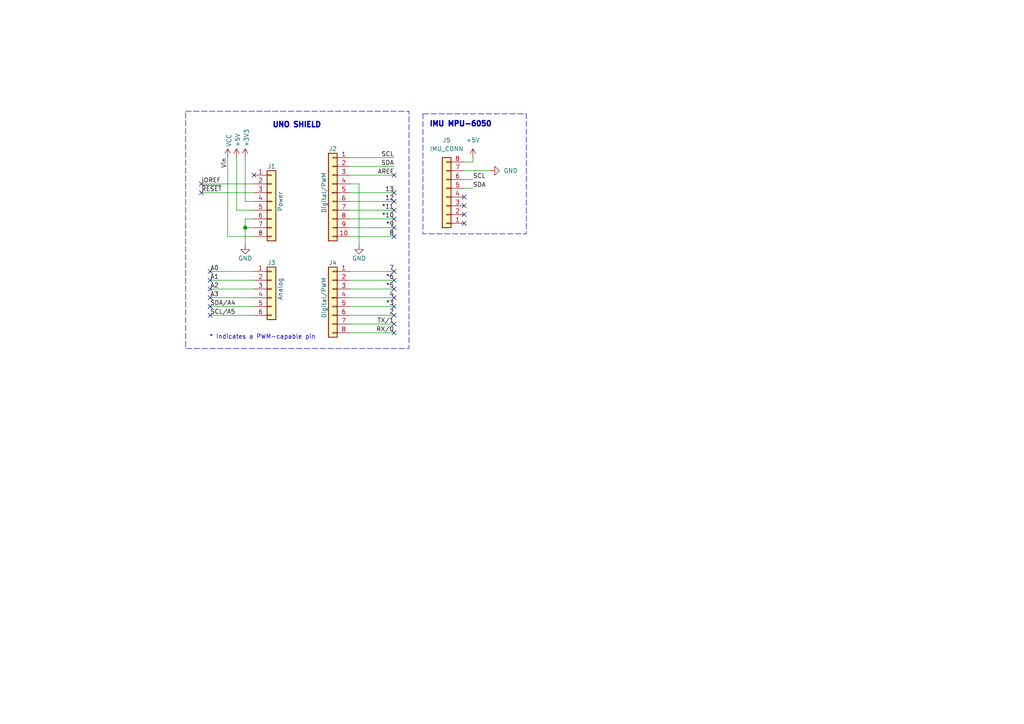
<source format=kicad_sch>
(kicad_sch
	(version 20250114)
	(generator "eeschema")
	(generator_version "9.0")
	(uuid "e63e39d7-6ac0-4ffd-8aa3-1841a4541b55")
	(paper "A4")
	(title_block
		(title "Uno Shield DSP")
		(date "2026-01-26")
		(rev "Version 1.0")
		(company "Goncalo Martins")
	)
	(lib_symbols
		(symbol "Connector_Generic:Conn_01x06"
			(pin_names
				(offset 1.016)
				(hide yes)
			)
			(exclude_from_sim no)
			(in_bom yes)
			(on_board yes)
			(property "Reference" "J"
				(at 0 7.62 0)
				(effects
					(font
						(size 1.27 1.27)
					)
				)
			)
			(property "Value" "Conn_01x06"
				(at 0 -10.16 0)
				(effects
					(font
						(size 1.27 1.27)
					)
				)
			)
			(property "Footprint" ""
				(at 0 0 0)
				(effects
					(font
						(size 1.27 1.27)
					)
					(hide yes)
				)
			)
			(property "Datasheet" "~"
				(at 0 0 0)
				(effects
					(font
						(size 1.27 1.27)
					)
					(hide yes)
				)
			)
			(property "Description" "Generic connector, single row, 01x06, script generated (kicad-library-utils/schlib/autogen/connector/)"
				(at 0 0 0)
				(effects
					(font
						(size 1.27 1.27)
					)
					(hide yes)
				)
			)
			(property "ki_keywords" "connector"
				(at 0 0 0)
				(effects
					(font
						(size 1.27 1.27)
					)
					(hide yes)
				)
			)
			(property "ki_fp_filters" "Connector*:*_1x??_*"
				(at 0 0 0)
				(effects
					(font
						(size 1.27 1.27)
					)
					(hide yes)
				)
			)
			(symbol "Conn_01x06_1_1"
				(rectangle
					(start -1.27 6.35)
					(end 1.27 -8.89)
					(stroke
						(width 0.254)
						(type default)
					)
					(fill
						(type background)
					)
				)
				(rectangle
					(start -1.27 5.207)
					(end 0 4.953)
					(stroke
						(width 0.1524)
						(type default)
					)
					(fill
						(type none)
					)
				)
				(rectangle
					(start -1.27 2.667)
					(end 0 2.413)
					(stroke
						(width 0.1524)
						(type default)
					)
					(fill
						(type none)
					)
				)
				(rectangle
					(start -1.27 0.127)
					(end 0 -0.127)
					(stroke
						(width 0.1524)
						(type default)
					)
					(fill
						(type none)
					)
				)
				(rectangle
					(start -1.27 -2.413)
					(end 0 -2.667)
					(stroke
						(width 0.1524)
						(type default)
					)
					(fill
						(type none)
					)
				)
				(rectangle
					(start -1.27 -4.953)
					(end 0 -5.207)
					(stroke
						(width 0.1524)
						(type default)
					)
					(fill
						(type none)
					)
				)
				(rectangle
					(start -1.27 -7.493)
					(end 0 -7.747)
					(stroke
						(width 0.1524)
						(type default)
					)
					(fill
						(type none)
					)
				)
				(pin passive line
					(at -5.08 5.08 0)
					(length 3.81)
					(name "Pin_1"
						(effects
							(font
								(size 1.27 1.27)
							)
						)
					)
					(number "1"
						(effects
							(font
								(size 1.27 1.27)
							)
						)
					)
				)
				(pin passive line
					(at -5.08 2.54 0)
					(length 3.81)
					(name "Pin_2"
						(effects
							(font
								(size 1.27 1.27)
							)
						)
					)
					(number "2"
						(effects
							(font
								(size 1.27 1.27)
							)
						)
					)
				)
				(pin passive line
					(at -5.08 0 0)
					(length 3.81)
					(name "Pin_3"
						(effects
							(font
								(size 1.27 1.27)
							)
						)
					)
					(number "3"
						(effects
							(font
								(size 1.27 1.27)
							)
						)
					)
				)
				(pin passive line
					(at -5.08 -2.54 0)
					(length 3.81)
					(name "Pin_4"
						(effects
							(font
								(size 1.27 1.27)
							)
						)
					)
					(number "4"
						(effects
							(font
								(size 1.27 1.27)
							)
						)
					)
				)
				(pin passive line
					(at -5.08 -5.08 0)
					(length 3.81)
					(name "Pin_5"
						(effects
							(font
								(size 1.27 1.27)
							)
						)
					)
					(number "5"
						(effects
							(font
								(size 1.27 1.27)
							)
						)
					)
				)
				(pin passive line
					(at -5.08 -7.62 0)
					(length 3.81)
					(name "Pin_6"
						(effects
							(font
								(size 1.27 1.27)
							)
						)
					)
					(number "6"
						(effects
							(font
								(size 1.27 1.27)
							)
						)
					)
				)
			)
			(embedded_fonts no)
		)
		(symbol "Connector_Generic:Conn_01x08"
			(pin_names
				(offset 1.016)
				(hide yes)
			)
			(exclude_from_sim no)
			(in_bom yes)
			(on_board yes)
			(property "Reference" "J"
				(at 0 10.16 0)
				(effects
					(font
						(size 1.27 1.27)
					)
				)
			)
			(property "Value" "Conn_01x08"
				(at 0 -12.7 0)
				(effects
					(font
						(size 1.27 1.27)
					)
				)
			)
			(property "Footprint" ""
				(at 0 0 0)
				(effects
					(font
						(size 1.27 1.27)
					)
					(hide yes)
				)
			)
			(property "Datasheet" "~"
				(at 0 0 0)
				(effects
					(font
						(size 1.27 1.27)
					)
					(hide yes)
				)
			)
			(property "Description" "Generic connector, single row, 01x08, script generated (kicad-library-utils/schlib/autogen/connector/)"
				(at 0 0 0)
				(effects
					(font
						(size 1.27 1.27)
					)
					(hide yes)
				)
			)
			(property "ki_keywords" "connector"
				(at 0 0 0)
				(effects
					(font
						(size 1.27 1.27)
					)
					(hide yes)
				)
			)
			(property "ki_fp_filters" "Connector*:*_1x??_*"
				(at 0 0 0)
				(effects
					(font
						(size 1.27 1.27)
					)
					(hide yes)
				)
			)
			(symbol "Conn_01x08_1_1"
				(rectangle
					(start -1.27 8.89)
					(end 1.27 -11.43)
					(stroke
						(width 0.254)
						(type default)
					)
					(fill
						(type background)
					)
				)
				(rectangle
					(start -1.27 7.747)
					(end 0 7.493)
					(stroke
						(width 0.1524)
						(type default)
					)
					(fill
						(type none)
					)
				)
				(rectangle
					(start -1.27 5.207)
					(end 0 4.953)
					(stroke
						(width 0.1524)
						(type default)
					)
					(fill
						(type none)
					)
				)
				(rectangle
					(start -1.27 2.667)
					(end 0 2.413)
					(stroke
						(width 0.1524)
						(type default)
					)
					(fill
						(type none)
					)
				)
				(rectangle
					(start -1.27 0.127)
					(end 0 -0.127)
					(stroke
						(width 0.1524)
						(type default)
					)
					(fill
						(type none)
					)
				)
				(rectangle
					(start -1.27 -2.413)
					(end 0 -2.667)
					(stroke
						(width 0.1524)
						(type default)
					)
					(fill
						(type none)
					)
				)
				(rectangle
					(start -1.27 -4.953)
					(end 0 -5.207)
					(stroke
						(width 0.1524)
						(type default)
					)
					(fill
						(type none)
					)
				)
				(rectangle
					(start -1.27 -7.493)
					(end 0 -7.747)
					(stroke
						(width 0.1524)
						(type default)
					)
					(fill
						(type none)
					)
				)
				(rectangle
					(start -1.27 -10.033)
					(end 0 -10.287)
					(stroke
						(width 0.1524)
						(type default)
					)
					(fill
						(type none)
					)
				)
				(pin passive line
					(at -5.08 7.62 0)
					(length 3.81)
					(name "Pin_1"
						(effects
							(font
								(size 1.27 1.27)
							)
						)
					)
					(number "1"
						(effects
							(font
								(size 1.27 1.27)
							)
						)
					)
				)
				(pin passive line
					(at -5.08 5.08 0)
					(length 3.81)
					(name "Pin_2"
						(effects
							(font
								(size 1.27 1.27)
							)
						)
					)
					(number "2"
						(effects
							(font
								(size 1.27 1.27)
							)
						)
					)
				)
				(pin passive line
					(at -5.08 2.54 0)
					(length 3.81)
					(name "Pin_3"
						(effects
							(font
								(size 1.27 1.27)
							)
						)
					)
					(number "3"
						(effects
							(font
								(size 1.27 1.27)
							)
						)
					)
				)
				(pin passive line
					(at -5.08 0 0)
					(length 3.81)
					(name "Pin_4"
						(effects
							(font
								(size 1.27 1.27)
							)
						)
					)
					(number "4"
						(effects
							(font
								(size 1.27 1.27)
							)
						)
					)
				)
				(pin passive line
					(at -5.08 -2.54 0)
					(length 3.81)
					(name "Pin_5"
						(effects
							(font
								(size 1.27 1.27)
							)
						)
					)
					(number "5"
						(effects
							(font
								(size 1.27 1.27)
							)
						)
					)
				)
				(pin passive line
					(at -5.08 -5.08 0)
					(length 3.81)
					(name "Pin_6"
						(effects
							(font
								(size 1.27 1.27)
							)
						)
					)
					(number "6"
						(effects
							(font
								(size 1.27 1.27)
							)
						)
					)
				)
				(pin passive line
					(at -5.08 -7.62 0)
					(length 3.81)
					(name "Pin_7"
						(effects
							(font
								(size 1.27 1.27)
							)
						)
					)
					(number "7"
						(effects
							(font
								(size 1.27 1.27)
							)
						)
					)
				)
				(pin passive line
					(at -5.08 -10.16 0)
					(length 3.81)
					(name "Pin_8"
						(effects
							(font
								(size 1.27 1.27)
							)
						)
					)
					(number "8"
						(effects
							(font
								(size 1.27 1.27)
							)
						)
					)
				)
			)
			(embedded_fonts no)
		)
		(symbol "Connector_Generic:Conn_01x10"
			(pin_names
				(offset 1.016)
				(hide yes)
			)
			(exclude_from_sim no)
			(in_bom yes)
			(on_board yes)
			(property "Reference" "J"
				(at 0 12.7 0)
				(effects
					(font
						(size 1.27 1.27)
					)
				)
			)
			(property "Value" "Conn_01x10"
				(at 0 -15.24 0)
				(effects
					(font
						(size 1.27 1.27)
					)
				)
			)
			(property "Footprint" ""
				(at 0 0 0)
				(effects
					(font
						(size 1.27 1.27)
					)
					(hide yes)
				)
			)
			(property "Datasheet" "~"
				(at 0 0 0)
				(effects
					(font
						(size 1.27 1.27)
					)
					(hide yes)
				)
			)
			(property "Description" "Generic connector, single row, 01x10, script generated (kicad-library-utils/schlib/autogen/connector/)"
				(at 0 0 0)
				(effects
					(font
						(size 1.27 1.27)
					)
					(hide yes)
				)
			)
			(property "ki_keywords" "connector"
				(at 0 0 0)
				(effects
					(font
						(size 1.27 1.27)
					)
					(hide yes)
				)
			)
			(property "ki_fp_filters" "Connector*:*_1x??_*"
				(at 0 0 0)
				(effects
					(font
						(size 1.27 1.27)
					)
					(hide yes)
				)
			)
			(symbol "Conn_01x10_1_1"
				(rectangle
					(start -1.27 11.43)
					(end 1.27 -13.97)
					(stroke
						(width 0.254)
						(type default)
					)
					(fill
						(type background)
					)
				)
				(rectangle
					(start -1.27 10.287)
					(end 0 10.033)
					(stroke
						(width 0.1524)
						(type default)
					)
					(fill
						(type none)
					)
				)
				(rectangle
					(start -1.27 7.747)
					(end 0 7.493)
					(stroke
						(width 0.1524)
						(type default)
					)
					(fill
						(type none)
					)
				)
				(rectangle
					(start -1.27 5.207)
					(end 0 4.953)
					(stroke
						(width 0.1524)
						(type default)
					)
					(fill
						(type none)
					)
				)
				(rectangle
					(start -1.27 2.667)
					(end 0 2.413)
					(stroke
						(width 0.1524)
						(type default)
					)
					(fill
						(type none)
					)
				)
				(rectangle
					(start -1.27 0.127)
					(end 0 -0.127)
					(stroke
						(width 0.1524)
						(type default)
					)
					(fill
						(type none)
					)
				)
				(rectangle
					(start -1.27 -2.413)
					(end 0 -2.667)
					(stroke
						(width 0.1524)
						(type default)
					)
					(fill
						(type none)
					)
				)
				(rectangle
					(start -1.27 -4.953)
					(end 0 -5.207)
					(stroke
						(width 0.1524)
						(type default)
					)
					(fill
						(type none)
					)
				)
				(rectangle
					(start -1.27 -7.493)
					(end 0 -7.747)
					(stroke
						(width 0.1524)
						(type default)
					)
					(fill
						(type none)
					)
				)
				(rectangle
					(start -1.27 -10.033)
					(end 0 -10.287)
					(stroke
						(width 0.1524)
						(type default)
					)
					(fill
						(type none)
					)
				)
				(rectangle
					(start -1.27 -12.573)
					(end 0 -12.827)
					(stroke
						(width 0.1524)
						(type default)
					)
					(fill
						(type none)
					)
				)
				(pin passive line
					(at -5.08 10.16 0)
					(length 3.81)
					(name "Pin_1"
						(effects
							(font
								(size 1.27 1.27)
							)
						)
					)
					(number "1"
						(effects
							(font
								(size 1.27 1.27)
							)
						)
					)
				)
				(pin passive line
					(at -5.08 7.62 0)
					(length 3.81)
					(name "Pin_2"
						(effects
							(font
								(size 1.27 1.27)
							)
						)
					)
					(number "2"
						(effects
							(font
								(size 1.27 1.27)
							)
						)
					)
				)
				(pin passive line
					(at -5.08 5.08 0)
					(length 3.81)
					(name "Pin_3"
						(effects
							(font
								(size 1.27 1.27)
							)
						)
					)
					(number "3"
						(effects
							(font
								(size 1.27 1.27)
							)
						)
					)
				)
				(pin passive line
					(at -5.08 2.54 0)
					(length 3.81)
					(name "Pin_4"
						(effects
							(font
								(size 1.27 1.27)
							)
						)
					)
					(number "4"
						(effects
							(font
								(size 1.27 1.27)
							)
						)
					)
				)
				(pin passive line
					(at -5.08 0 0)
					(length 3.81)
					(name "Pin_5"
						(effects
							(font
								(size 1.27 1.27)
							)
						)
					)
					(number "5"
						(effects
							(font
								(size 1.27 1.27)
							)
						)
					)
				)
				(pin passive line
					(at -5.08 -2.54 0)
					(length 3.81)
					(name "Pin_6"
						(effects
							(font
								(size 1.27 1.27)
							)
						)
					)
					(number "6"
						(effects
							(font
								(size 1.27 1.27)
							)
						)
					)
				)
				(pin passive line
					(at -5.08 -5.08 0)
					(length 3.81)
					(name "Pin_7"
						(effects
							(font
								(size 1.27 1.27)
							)
						)
					)
					(number "7"
						(effects
							(font
								(size 1.27 1.27)
							)
						)
					)
				)
				(pin passive line
					(at -5.08 -7.62 0)
					(length 3.81)
					(name "Pin_8"
						(effects
							(font
								(size 1.27 1.27)
							)
						)
					)
					(number "8"
						(effects
							(font
								(size 1.27 1.27)
							)
						)
					)
				)
				(pin passive line
					(at -5.08 -10.16 0)
					(length 3.81)
					(name "Pin_9"
						(effects
							(font
								(size 1.27 1.27)
							)
						)
					)
					(number "9"
						(effects
							(font
								(size 1.27 1.27)
							)
						)
					)
				)
				(pin passive line
					(at -5.08 -12.7 0)
					(length 3.81)
					(name "Pin_10"
						(effects
							(font
								(size 1.27 1.27)
							)
						)
					)
					(number "10"
						(effects
							(font
								(size 1.27 1.27)
							)
						)
					)
				)
			)
			(embedded_fonts no)
		)
		(symbol "power:+3V3"
			(power)
			(pin_numbers
				(hide yes)
			)
			(pin_names
				(offset 0)
				(hide yes)
			)
			(exclude_from_sim no)
			(in_bom yes)
			(on_board yes)
			(property "Reference" "#PWR"
				(at 0 -3.81 0)
				(effects
					(font
						(size 1.27 1.27)
					)
					(hide yes)
				)
			)
			(property "Value" "+3V3"
				(at 0 3.556 0)
				(effects
					(font
						(size 1.27 1.27)
					)
				)
			)
			(property "Footprint" ""
				(at 0 0 0)
				(effects
					(font
						(size 1.27 1.27)
					)
					(hide yes)
				)
			)
			(property "Datasheet" ""
				(at 0 0 0)
				(effects
					(font
						(size 1.27 1.27)
					)
					(hide yes)
				)
			)
			(property "Description" "Power symbol creates a global label with name \"+3V3\""
				(at 0 0 0)
				(effects
					(font
						(size 1.27 1.27)
					)
					(hide yes)
				)
			)
			(property "ki_keywords" "global power"
				(at 0 0 0)
				(effects
					(font
						(size 1.27 1.27)
					)
					(hide yes)
				)
			)
			(symbol "+3V3_0_1"
				(polyline
					(pts
						(xy -0.762 1.27) (xy 0 2.54)
					)
					(stroke
						(width 0)
						(type default)
					)
					(fill
						(type none)
					)
				)
				(polyline
					(pts
						(xy 0 2.54) (xy 0.762 1.27)
					)
					(stroke
						(width 0)
						(type default)
					)
					(fill
						(type none)
					)
				)
				(polyline
					(pts
						(xy 0 0) (xy 0 2.54)
					)
					(stroke
						(width 0)
						(type default)
					)
					(fill
						(type none)
					)
				)
			)
			(symbol "+3V3_1_1"
				(pin power_in line
					(at 0 0 90)
					(length 0)
					(name "~"
						(effects
							(font
								(size 1.27 1.27)
							)
						)
					)
					(number "1"
						(effects
							(font
								(size 1.27 1.27)
							)
						)
					)
				)
			)
			(embedded_fonts no)
		)
		(symbol "power:+5V"
			(power)
			(pin_numbers
				(hide yes)
			)
			(pin_names
				(offset 0)
				(hide yes)
			)
			(exclude_from_sim no)
			(in_bom yes)
			(on_board yes)
			(property "Reference" "#PWR"
				(at 0 -3.81 0)
				(effects
					(font
						(size 1.27 1.27)
					)
					(hide yes)
				)
			)
			(property "Value" "+5V"
				(at 0 3.556 0)
				(effects
					(font
						(size 1.27 1.27)
					)
				)
			)
			(property "Footprint" ""
				(at 0 0 0)
				(effects
					(font
						(size 1.27 1.27)
					)
					(hide yes)
				)
			)
			(property "Datasheet" ""
				(at 0 0 0)
				(effects
					(font
						(size 1.27 1.27)
					)
					(hide yes)
				)
			)
			(property "Description" "Power symbol creates a global label with name \"+5V\""
				(at 0 0 0)
				(effects
					(font
						(size 1.27 1.27)
					)
					(hide yes)
				)
			)
			(property "ki_keywords" "global power"
				(at 0 0 0)
				(effects
					(font
						(size 1.27 1.27)
					)
					(hide yes)
				)
			)
			(symbol "+5V_0_1"
				(polyline
					(pts
						(xy -0.762 1.27) (xy 0 2.54)
					)
					(stroke
						(width 0)
						(type default)
					)
					(fill
						(type none)
					)
				)
				(polyline
					(pts
						(xy 0 2.54) (xy 0.762 1.27)
					)
					(stroke
						(width 0)
						(type default)
					)
					(fill
						(type none)
					)
				)
				(polyline
					(pts
						(xy 0 0) (xy 0 2.54)
					)
					(stroke
						(width 0)
						(type default)
					)
					(fill
						(type none)
					)
				)
			)
			(symbol "+5V_1_1"
				(pin power_in line
					(at 0 0 90)
					(length 0)
					(name "~"
						(effects
							(font
								(size 1.27 1.27)
							)
						)
					)
					(number "1"
						(effects
							(font
								(size 1.27 1.27)
							)
						)
					)
				)
			)
			(embedded_fonts no)
		)
		(symbol "power:GND"
			(power)
			(pin_numbers
				(hide yes)
			)
			(pin_names
				(offset 0)
				(hide yes)
			)
			(exclude_from_sim no)
			(in_bom yes)
			(on_board yes)
			(property "Reference" "#PWR"
				(at 0 -6.35 0)
				(effects
					(font
						(size 1.27 1.27)
					)
					(hide yes)
				)
			)
			(property "Value" "GND"
				(at 0 -3.81 0)
				(effects
					(font
						(size 1.27 1.27)
					)
				)
			)
			(property "Footprint" ""
				(at 0 0 0)
				(effects
					(font
						(size 1.27 1.27)
					)
					(hide yes)
				)
			)
			(property "Datasheet" ""
				(at 0 0 0)
				(effects
					(font
						(size 1.27 1.27)
					)
					(hide yes)
				)
			)
			(property "Description" "Power symbol creates a global label with name \"GND\" , ground"
				(at 0 0 0)
				(effects
					(font
						(size 1.27 1.27)
					)
					(hide yes)
				)
			)
			(property "ki_keywords" "global power"
				(at 0 0 0)
				(effects
					(font
						(size 1.27 1.27)
					)
					(hide yes)
				)
			)
			(symbol "GND_0_1"
				(polyline
					(pts
						(xy 0 0) (xy 0 -1.27) (xy 1.27 -1.27) (xy 0 -2.54) (xy -1.27 -1.27) (xy 0 -1.27)
					)
					(stroke
						(width 0)
						(type default)
					)
					(fill
						(type none)
					)
				)
			)
			(symbol "GND_1_1"
				(pin power_in line
					(at 0 0 270)
					(length 0)
					(name "~"
						(effects
							(font
								(size 1.27 1.27)
							)
						)
					)
					(number "1"
						(effects
							(font
								(size 1.27 1.27)
							)
						)
					)
				)
			)
			(embedded_fonts no)
		)
		(symbol "power:VCC"
			(power)
			(pin_numbers
				(hide yes)
			)
			(pin_names
				(offset 0)
				(hide yes)
			)
			(exclude_from_sim no)
			(in_bom yes)
			(on_board yes)
			(property "Reference" "#PWR"
				(at 0 -3.81 0)
				(effects
					(font
						(size 1.27 1.27)
					)
					(hide yes)
				)
			)
			(property "Value" "VCC"
				(at 0 3.556 0)
				(effects
					(font
						(size 1.27 1.27)
					)
				)
			)
			(property "Footprint" ""
				(at 0 0 0)
				(effects
					(font
						(size 1.27 1.27)
					)
					(hide yes)
				)
			)
			(property "Datasheet" ""
				(at 0 0 0)
				(effects
					(font
						(size 1.27 1.27)
					)
					(hide yes)
				)
			)
			(property "Description" "Power symbol creates a global label with name \"VCC\""
				(at 0 0 0)
				(effects
					(font
						(size 1.27 1.27)
					)
					(hide yes)
				)
			)
			(property "ki_keywords" "global power"
				(at 0 0 0)
				(effects
					(font
						(size 1.27 1.27)
					)
					(hide yes)
				)
			)
			(symbol "VCC_0_1"
				(polyline
					(pts
						(xy -0.762 1.27) (xy 0 2.54)
					)
					(stroke
						(width 0)
						(type default)
					)
					(fill
						(type none)
					)
				)
				(polyline
					(pts
						(xy 0 2.54) (xy 0.762 1.27)
					)
					(stroke
						(width 0)
						(type default)
					)
					(fill
						(type none)
					)
				)
				(polyline
					(pts
						(xy 0 0) (xy 0 2.54)
					)
					(stroke
						(width 0)
						(type default)
					)
					(fill
						(type none)
					)
				)
			)
			(symbol "VCC_1_1"
				(pin power_in line
					(at 0 0 90)
					(length 0)
					(name "~"
						(effects
							(font
								(size 1.27 1.27)
							)
						)
					)
					(number "1"
						(effects
							(font
								(size 1.27 1.27)
							)
						)
					)
				)
			)
			(embedded_fonts no)
		)
	)
	(rectangle
		(start 53.848 32.258)
		(end 118.618 101.092)
		(stroke
			(width 0)
			(type dash)
		)
		(fill
			(type none)
		)
		(uuid 5d7a698b-7fd8-4a7c-901c-68dc5b8cb67e)
	)
	(rectangle
		(start 122.682 33.02)
		(end 152.654 67.818)
		(stroke
			(width 0)
			(type dash)
		)
		(fill
			(type none)
		)
		(uuid 8ac7185d-4bf4-4031-8626-3b3e6d3b8c74)
	)
	(text "IMU MPU-6050"
		(exclude_from_sim no)
		(at 133.604 36.068 0)
		(effects
			(font
				(size 1.524 1.524)
				(thickness 0.4064)
				(bold yes)
			)
		)
		(uuid "355a325c-83f1-4090-b555-96e2abbd63da")
	)
	(text "* Indicates a PWM-capable pin"
		(exclude_from_sim no)
		(at 60.706 98.552 0)
		(effects
			(font
				(size 1.27 1.27)
			)
			(justify left bottom)
		)
		(uuid "c364973a-9a67-4667-8185-a3a5c6c6cbdf")
	)
	(text "UNO SHIELD"
		(exclude_from_sim no)
		(at 86.106 36.322 0)
		(effects
			(font
				(size 1.524 1.524)
				(thickness 0.4064)
				(bold yes)
			)
		)
		(uuid "fa52b0f8-da1a-413f-94b0-f3999ae9d8ec")
	)
	(junction
		(at 71.12 66.04)
		(diameter 1.016)
		(color 0 0 0 0)
		(uuid "3dcc657b-55a1-48e0-9667-e01e7b6b08b5")
	)
	(no_connect
		(at 114.3 91.44)
		(uuid "03dc0b56-f13b-4c58-b309-397f8306f45a")
	)
	(no_connect
		(at 114.3 55.88)
		(uuid "107a565a-d12a-4301-a093-0a663ec36801")
	)
	(no_connect
		(at 114.3 86.36)
		(uuid "20a10079-3f5a-4c5c-aea0-c661587a0fe2")
	)
	(no_connect
		(at 114.3 50.8)
		(uuid "252cbf38-1ca3-440d-83b7-a76e6198c83d")
	)
	(no_connect
		(at 60.96 83.82)
		(uuid "2a6b0680-9d24-4da2-994d-2fd6fcb08a8e")
	)
	(no_connect
		(at 114.3 68.58)
		(uuid "2a8255c3-84c9-40d7-abb1-eaa46bfdc44c")
	)
	(no_connect
		(at 134.62 57.15)
		(uuid "2ad7e4ee-d60a-4008-a2dc-2bd584271758")
	)
	(no_connect
		(at 114.3 83.82)
		(uuid "2f9de7db-1479-4e05-84b2-e205a3840234")
	)
	(no_connect
		(at 114.3 96.52)
		(uuid "32cd4aca-75aa-41cd-b392-7a9ae38b0996")
	)
	(no_connect
		(at 114.3 60.96)
		(uuid "383222b1-fa61-4e30-9ab9-a0406aa11a92")
	)
	(no_connect
		(at 60.96 78.74)
		(uuid "467dc642-f73f-4c4f-8355-fdf0d62eaaa0")
	)
	(no_connect
		(at 114.3 88.9)
		(uuid "4dee60a7-8df2-403d-9ddf-7f8c2e6bb7f1")
	)
	(no_connect
		(at 60.96 81.28)
		(uuid "512f8568-067f-4f02-8622-0aea2ddc310b")
	)
	(no_connect
		(at 114.3 81.28)
		(uuid "73b2f557-166a-4f58-aae0-2a72be6d27a6")
	)
	(no_connect
		(at 114.3 93.98)
		(uuid "7ee82c5c-05e5-458f-beca-f3f7bf112e1d")
	)
	(no_connect
		(at 60.96 88.9)
		(uuid "7f14540a-f469-4ff0-917e-8528a1edcac1")
	)
	(no_connect
		(at 60.96 91.44)
		(uuid "825b0a30-d6ec-4b3c-bd0c-fe6faa58dae4")
	)
	(no_connect
		(at 114.3 66.04)
		(uuid "834481af-f1d2-4430-8cd1-f90db6cd175b")
	)
	(no_connect
		(at 134.62 59.69)
		(uuid "9290c5cb-9cee-42e8-bf09-ba0617ad59d6")
	)
	(no_connect
		(at 134.62 64.77)
		(uuid "9462f54d-7297-4a90-a699-53b2f82d010e")
	)
	(no_connect
		(at 58.42 55.88)
		(uuid "974ce23b-0eb4-432e-92ff-677cd33c5a87")
	)
	(no_connect
		(at 114.3 58.42)
		(uuid "b5281553-b6cf-4c87-9a00-c07b09b1997b")
	)
	(no_connect
		(at 114.3 78.74)
		(uuid "bc7ad809-9458-4614-bae8-2af189373a88")
	)
	(no_connect
		(at 60.96 86.36)
		(uuid "c2e576be-9cb2-4868-8e0c-b0a8e169ca2d")
	)
	(no_connect
		(at 134.62 62.23)
		(uuid "cfa3de58-6186-4b81-8847-783c1eff3654")
	)
	(no_connect
		(at 73.66 50.8)
		(uuid "d181157c-7812-47e5-a0cf-9580c905fc86")
	)
	(no_connect
		(at 114.3 63.5)
		(uuid "d7459790-f918-4f5f-9e30-88458f60313a")
	)
	(no_connect
		(at 58.42 53.34)
		(uuid "dc3e1f11-fca3-49ca-ae8d-96fb18140c81")
	)
	(wire
		(pts
			(xy 101.6 96.52) (xy 114.3 96.52)
		)
		(stroke
			(width 0)
			(type solid)
		)
		(uuid "010ba307-2067-49d3-b0fa-6414143f3fc2")
	)
	(wire
		(pts
			(xy 137.16 46.99) (xy 134.62 46.99)
		)
		(stroke
			(width 0)
			(type default)
		)
		(uuid "02e23138-1da4-475c-9d51-72a8f9989bf3")
	)
	(wire
		(pts
			(xy 101.6 63.5) (xy 114.3 63.5)
		)
		(stroke
			(width 0)
			(type solid)
		)
		(uuid "09480ba4-37da-45e3-b9fe-6beebf876349")
	)
	(wire
		(pts
			(xy 101.6 45.72) (xy 114.3 45.72)
		)
		(stroke
			(width 0)
			(type solid)
		)
		(uuid "0f5d2189-4ead-42fa-8f7a-cfa3af4de132")
	)
	(wire
		(pts
			(xy 71.12 63.5) (xy 71.12 66.04)
		)
		(stroke
			(width 0)
			(type solid)
		)
		(uuid "1c31b835-925f-4a5c-92df-8f2558bb711b")
	)
	(wire
		(pts
			(xy 60.96 91.44) (xy 73.66 91.44)
		)
		(stroke
			(width 0)
			(type solid)
		)
		(uuid "20854542-d0b0-4be7-af02-0e5fceb34e01")
	)
	(wire
		(pts
			(xy 137.16 45.72) (xy 137.16 46.99)
		)
		(stroke
			(width 0)
			(type default)
		)
		(uuid "2d236ca3-540b-4e14-9a20-03a2c68db0c4")
	)
	(wire
		(pts
			(xy 71.12 66.04) (xy 71.12 71.12)
		)
		(stroke
			(width 0)
			(type solid)
		)
		(uuid "2df788b2-ce68-49bc-a497-4b6570a17f30")
	)
	(wire
		(pts
			(xy 71.12 58.42) (xy 73.66 58.42)
		)
		(stroke
			(width 0)
			(type solid)
		)
		(uuid "3334b11d-5a13-40b4-a117-d693c543e4ab")
	)
	(wire
		(pts
			(xy 68.58 60.96) (xy 73.66 60.96)
		)
		(stroke
			(width 0)
			(type solid)
		)
		(uuid "3661f80c-fef8-4441-83be-df8930b3b45e")
	)
	(wire
		(pts
			(xy 68.58 45.72) (xy 68.58 60.96)
		)
		(stroke
			(width 0)
			(type solid)
		)
		(uuid "392bf1f6-bf67-427d-8d4c-0a87cb757556")
	)
	(wire
		(pts
			(xy 101.6 55.88) (xy 114.3 55.88)
		)
		(stroke
			(width 0)
			(type solid)
		)
		(uuid "4227fa6f-c399-4f14-8228-23e39d2b7e7d")
	)
	(wire
		(pts
			(xy 71.12 45.72) (xy 71.12 58.42)
		)
		(stroke
			(width 0)
			(type solid)
		)
		(uuid "442fb4de-4d55-45de-bc27-3e6222ceb890")
	)
	(wire
		(pts
			(xy 101.6 78.74) (xy 114.3 78.74)
		)
		(stroke
			(width 0)
			(type solid)
		)
		(uuid "4455ee2e-5642-42c1-a83b-f7e65fa0c2f1")
	)
	(wire
		(pts
			(xy 73.66 78.74) (xy 60.96 78.74)
		)
		(stroke
			(width 0)
			(type solid)
		)
		(uuid "486ca832-85f4-4989-b0f4-569faf9be534")
	)
	(wire
		(pts
			(xy 101.6 58.42) (xy 114.3 58.42)
		)
		(stroke
			(width 0)
			(type solid)
		)
		(uuid "4a910b57-a5cd-4105-ab4f-bde2a80d4f00")
	)
	(wire
		(pts
			(xy 101.6 81.28) (xy 114.3 81.28)
		)
		(stroke
			(width 0)
			(type solid)
		)
		(uuid "4e60e1af-19bd-45a0-b418-b7030b594dde")
	)
	(wire
		(pts
			(xy 101.6 66.04) (xy 114.3 66.04)
		)
		(stroke
			(width 0)
			(type solid)
		)
		(uuid "63f2b71b-521b-4210-bf06-ed65e330fccc")
	)
	(wire
		(pts
			(xy 101.6 86.36) (xy 114.3 86.36)
		)
		(stroke
			(width 0)
			(type solid)
		)
		(uuid "6bb3ea5f-9e60-4add-9d97-244be2cf61d2")
	)
	(wire
		(pts
			(xy 58.42 53.34) (xy 73.66 53.34)
		)
		(stroke
			(width 0)
			(type solid)
		)
		(uuid "73d4774c-1387-4550-b580-a1cc0ac89b89")
	)
	(wire
		(pts
			(xy 134.62 49.53) (xy 142.24 49.53)
		)
		(stroke
			(width 0)
			(type default)
		)
		(uuid "84786b34-f784-42f3-9187-96d62fb22b7f")
	)
	(wire
		(pts
			(xy 104.14 53.34) (xy 104.14 71.12)
		)
		(stroke
			(width 0)
			(type solid)
		)
		(uuid "84ce350c-b0c1-4e69-9ab2-f7ec7b8bb312")
	)
	(wire
		(pts
			(xy 101.6 50.8) (xy 114.3 50.8)
		)
		(stroke
			(width 0)
			(type solid)
		)
		(uuid "8a3d35a2-f0f6-4dec-a606-7c8e288ca828")
	)
	(wire
		(pts
			(xy 73.66 83.82) (xy 60.96 83.82)
		)
		(stroke
			(width 0)
			(type solid)
		)
		(uuid "9377eb1a-3b12-438c-8ebd-f86ace1e8d25")
	)
	(wire
		(pts
			(xy 58.42 55.88) (xy 73.66 55.88)
		)
		(stroke
			(width 0)
			(type solid)
		)
		(uuid "93e52853-9d1e-4afe-aee8-b825ab9f5d09")
	)
	(wire
		(pts
			(xy 73.66 66.04) (xy 71.12 66.04)
		)
		(stroke
			(width 0)
			(type solid)
		)
		(uuid "97df9ac9-dbb8-472e-b84f-3684d0eb5efc")
	)
	(wire
		(pts
			(xy 73.66 68.58) (xy 66.04 68.58)
		)
		(stroke
			(width 0)
			(type solid)
		)
		(uuid "a7518f9d-05df-4211-ba17-5d615f04ec46")
	)
	(wire
		(pts
			(xy 60.96 81.28) (xy 73.66 81.28)
		)
		(stroke
			(width 0)
			(type solid)
		)
		(uuid "aab97e46-23d6-4cbf-8684-537b94306d68")
	)
	(wire
		(pts
			(xy 101.6 53.34) (xy 104.14 53.34)
		)
		(stroke
			(width 0)
			(type solid)
		)
		(uuid "bcbc7302-8a54-4b9b-98b9-f277f1b20941")
	)
	(wire
		(pts
			(xy 73.66 63.5) (xy 71.12 63.5)
		)
		(stroke
			(width 0)
			(type solid)
		)
		(uuid "c12796ad-cf20-466f-9ab3-9cf441392c32")
	)
	(wire
		(pts
			(xy 101.6 60.96) (xy 114.3 60.96)
		)
		(stroke
			(width 0)
			(type solid)
		)
		(uuid "c722a1ff-12f1-49e5-88a4-44ffeb509ca2")
	)
	(wire
		(pts
			(xy 101.6 83.82) (xy 114.3 83.82)
		)
		(stroke
			(width 0)
			(type solid)
		)
		(uuid "cfe99980-2d98-4372-b495-04c53027340b")
	)
	(wire
		(pts
			(xy 60.96 86.36) (xy 73.66 86.36)
		)
		(stroke
			(width 0)
			(type solid)
		)
		(uuid "d3042136-2605-44b2-aebb-5484a9c90933")
	)
	(wire
		(pts
			(xy 101.6 48.26) (xy 114.3 48.26)
		)
		(stroke
			(width 0)
			(type solid)
		)
		(uuid "e7278977-132b-4777-9eb4-7d93363a4379")
	)
	(wire
		(pts
			(xy 101.6 91.44) (xy 114.3 91.44)
		)
		(stroke
			(width 0)
			(type solid)
		)
		(uuid "e9bdd59b-3252-4c44-a357-6fa1af0c210c")
	)
	(wire
		(pts
			(xy 101.6 88.9) (xy 114.3 88.9)
		)
		(stroke
			(width 0)
			(type solid)
		)
		(uuid "ec76dcc9-9949-4dda-bd76-046204829cb4")
	)
	(wire
		(pts
			(xy 134.62 54.61) (xy 137.16 54.61)
		)
		(stroke
			(width 0)
			(type default)
		)
		(uuid "efa5470c-853b-4abd-bb0a-2856aa4f18c4")
	)
	(wire
		(pts
			(xy 134.62 52.07) (xy 137.16 52.07)
		)
		(stroke
			(width 0)
			(type default)
		)
		(uuid "f2285590-e7be-4a70-95e2-5fc289963a63")
	)
	(wire
		(pts
			(xy 101.6 93.98) (xy 114.3 93.98)
		)
		(stroke
			(width 0)
			(type solid)
		)
		(uuid "f853d1d4-c722-44df-98bf-4a6114204628")
	)
	(wire
		(pts
			(xy 66.04 68.58) (xy 66.04 45.72)
		)
		(stroke
			(width 0)
			(type solid)
		)
		(uuid "f8de70cd-e47d-4e80-8f3a-077e9df93aa8")
	)
	(wire
		(pts
			(xy 73.66 88.9) (xy 60.96 88.9)
		)
		(stroke
			(width 0)
			(type solid)
		)
		(uuid "fc39c32d-65b8-4d16-9db5-de89c54a1206")
	)
	(wire
		(pts
			(xy 101.6 68.58) (xy 114.3 68.58)
		)
		(stroke
			(width 0)
			(type solid)
		)
		(uuid "fe837306-92d0-4847-ad21-76c47ae932d1")
	)
	(label "RX{slash}0"
		(at 114.3 96.52 180)
		(effects
			(font
				(size 1.27 1.27)
			)
			(justify right bottom)
		)
		(uuid "01ea9310-cf66-436b-9b89-1a2f4237b59e")
	)
	(label "A2"
		(at 60.96 83.82 0)
		(effects
			(font
				(size 1.27 1.27)
			)
			(justify left bottom)
		)
		(uuid "09251fd4-af37-4d86-8951-1faaac710ffa")
	)
	(label "4"
		(at 114.3 86.36 180)
		(effects
			(font
				(size 1.27 1.27)
			)
			(justify right bottom)
		)
		(uuid "0d8cfe6d-11bf-42b9-9752-f9a5a76bce7e")
	)
	(label "SDA"
		(at 137.16 54.61 0)
		(effects
			(font
				(size 1.27 1.27)
			)
			(justify left bottom)
		)
		(uuid "0e1792e1-cf3d-4353-bf6f-525b2435e879")
	)
	(label "2"
		(at 114.3 91.44 180)
		(effects
			(font
				(size 1.27 1.27)
			)
			(justify right bottom)
		)
		(uuid "23f0c933-49f0-4410-a8db-8b017f48dadc")
	)
	(label "SCL"
		(at 137.16 52.07 0)
		(effects
			(font
				(size 1.27 1.27)
			)
			(justify left bottom)
		)
		(uuid "27ab5693-bd08-4bea-9837-18bb9a383bfb")
	)
	(label "A3"
		(at 60.96 86.36 0)
		(effects
			(font
				(size 1.27 1.27)
			)
			(justify left bottom)
		)
		(uuid "2c60ab74-0590-423b-8921-6f3212a358d2")
	)
	(label "13"
		(at 114.3 55.88 180)
		(effects
			(font
				(size 1.27 1.27)
			)
			(justify right bottom)
		)
		(uuid "35bc5b35-b7b2-44d5-bbed-557f428649b2")
	)
	(label "12"
		(at 114.3 58.42 180)
		(effects
			(font
				(size 1.27 1.27)
			)
			(justify right bottom)
		)
		(uuid "3ffaa3b1-1d78-4c7b-bdf9-f1a8019c92fd")
	)
	(label "~{RESET}"
		(at 58.42 55.88 0)
		(effects
			(font
				(size 1.27 1.27)
			)
			(justify left bottom)
		)
		(uuid "49585dba-cfa7-4813-841e-9d900d43ecf4")
	)
	(label "*10"
		(at 114.3 63.5 180)
		(effects
			(font
				(size 1.27 1.27)
			)
			(justify right bottom)
		)
		(uuid "54be04e4-fffa-4f7f-8a5f-d0de81314e8f")
	)
	(label "7"
		(at 114.3 78.74 180)
		(effects
			(font
				(size 1.27 1.27)
			)
			(justify right bottom)
		)
		(uuid "873d2c88-519e-482f-a3ed-2484e5f9417e")
	)
	(label "SDA"
		(at 114.3 48.26 180)
		(effects
			(font
				(size 1.27 1.27)
			)
			(justify right bottom)
		)
		(uuid "8885a9dc-224d-44c5-8601-05c1d9983e09")
	)
	(label "8"
		(at 114.3 68.58 180)
		(effects
			(font
				(size 1.27 1.27)
			)
			(justify right bottom)
		)
		(uuid "89b0e564-e7aa-4224-80c9-3f0614fede8f")
	)
	(label "*11"
		(at 114.3 60.96 180)
		(effects
			(font
				(size 1.27 1.27)
			)
			(justify right bottom)
		)
		(uuid "9ad5a781-2469-4c8f-8abf-a1c3586f7cb7")
	)
	(label "*3"
		(at 114.3 88.9 180)
		(effects
			(font
				(size 1.27 1.27)
			)
			(justify right bottom)
		)
		(uuid "9cccf5f9-68a4-4e61-b418-6185dd6a5f9a")
	)
	(label "A1"
		(at 60.96 81.28 0)
		(effects
			(font
				(size 1.27 1.27)
			)
			(justify left bottom)
		)
		(uuid "acc9991b-1bdd-4544-9a08-4037937485cb")
	)
	(label "TX{slash}1"
		(at 114.3 93.98 180)
		(effects
			(font
				(size 1.27 1.27)
			)
			(justify right bottom)
		)
		(uuid "ae2c9582-b445-44bd-b371-7fc74f6cf852")
	)
	(label "A0"
		(at 60.96 78.74 0)
		(effects
			(font
				(size 1.27 1.27)
			)
			(justify left bottom)
		)
		(uuid "ba02dc27-26a3-4648-b0aa-06b6dcaf001f")
	)
	(label "AREF"
		(at 114.3 50.8 180)
		(effects
			(font
				(size 1.27 1.27)
			)
			(justify right bottom)
		)
		(uuid "bbf52cf8-6d97-4499-a9ee-3657cebcdabf")
	)
	(label "Vin"
		(at 66.04 45.72 270)
		(effects
			(font
				(size 1.27 1.27)
			)
			(justify right bottom)
		)
		(uuid "c348793d-eec0-4f33-9b91-2cae8b4224a4")
	)
	(label "*6"
		(at 114.3 81.28 180)
		(effects
			(font
				(size 1.27 1.27)
			)
			(justify right bottom)
		)
		(uuid "c775d4e8-c37b-4e73-90c1-1c8d36333aac")
	)
	(label "SCL"
		(at 114.3 45.72 180)
		(effects
			(font
				(size 1.27 1.27)
			)
			(justify right bottom)
		)
		(uuid "cba886fc-172a-42fe-8e4c-daace6eaef8e")
	)
	(label "*9"
		(at 114.3 66.04 180)
		(effects
			(font
				(size 1.27 1.27)
			)
			(justify right bottom)
		)
		(uuid "ccb58899-a82d-403c-b30b-ee351d622e9c")
	)
	(label "*5"
		(at 114.3 83.82 180)
		(effects
			(font
				(size 1.27 1.27)
			)
			(justify right bottom)
		)
		(uuid "d9a65242-9c26-45cd-9a55-3e69f0d77784")
	)
	(label "IOREF"
		(at 58.42 53.34 0)
		(effects
			(font
				(size 1.27 1.27)
			)
			(justify left bottom)
		)
		(uuid "de819ae4-b245-474b-a426-865ba877b8a2")
	)
	(label "SDA{slash}A4"
		(at 60.96 88.9 0)
		(effects
			(font
				(size 1.27 1.27)
			)
			(justify left bottom)
		)
		(uuid "e7ce99b8-ca22-4c56-9e55-39d32c709f3c")
	)
	(label "SCL{slash}A5"
		(at 60.96 91.44 0)
		(effects
			(font
				(size 1.27 1.27)
			)
			(justify left bottom)
		)
		(uuid "ea5aa60b-a25e-41a1-9e06-c7b6f957567f")
	)
	(symbol
		(lib_id "Connector_Generic:Conn_01x08")
		(at 78.74 58.42 0)
		(unit 1)
		(exclude_from_sim no)
		(in_bom yes)
		(on_board yes)
		(dnp no)
		(uuid "00000000-0000-0000-0000-000056d71773")
		(property "Reference" "J1"
			(at 78.74 48.26 0)
			(effects
				(font
					(size 1.27 1.27)
				)
			)
		)
		(property "Value" "Power"
			(at 81.28 58.42 90)
			(effects
				(font
					(size 1.27 1.27)
				)
			)
		)
		(property "Footprint" "Connector_PinSocket_2.54mm:PinSocket_1x08_P2.54mm_Vertical"
			(at 78.74 58.42 0)
			(effects
				(font
					(size 1.27 1.27)
				)
				(hide yes)
			)
		)
		(property "Datasheet" "~"
			(at 78.74 58.42 0)
			(effects
				(font
					(size 1.27 1.27)
				)
			)
		)
		(property "Description" "Generic connector, single row, 01x08, script generated (kicad-library-utils/schlib/autogen/connector/)"
			(at 78.74 58.42 0)
			(effects
				(font
					(size 1.27 1.27)
				)
				(hide yes)
			)
		)
		(pin "1"
			(uuid "d4c02b7e-3be7-4193-a989-fb40130f3319")
		)
		(pin "2"
			(uuid "1d9f20f8-8d42-4e3d-aece-4c12cc80d0d3")
		)
		(pin "3"
			(uuid "4801b550-c773-45a3-9bc6-15a3e9341f08")
		)
		(pin "4"
			(uuid "fbe5a73e-5be6-45ba-85f2-2891508cd936")
		)
		(pin "5"
			(uuid "8f0d2977-6611-4bfc-9a74-1791861e9159")
		)
		(pin "6"
			(uuid "270f30a7-c159-467b-ab5f-aee66a24a8c7")
		)
		(pin "7"
			(uuid "760eb2a5-8bbd-4298-88f0-2b1528e020ff")
		)
		(pin "8"
			(uuid "6a44a55c-6ae0-4d79-b4a1-52d3e48a7065")
		)
		(instances
			(project "Arduino_Uno"
				(path "/e63e39d7-6ac0-4ffd-8aa3-1841a4541b55"
					(reference "J1")
					(unit 1)
				)
			)
		)
	)
	(symbol
		(lib_id "power:+3V3")
		(at 71.12 45.72 0)
		(unit 1)
		(exclude_from_sim no)
		(in_bom yes)
		(on_board yes)
		(dnp no)
		(uuid "00000000-0000-0000-0000-000056d71aa9")
		(property "Reference" "#PWR03"
			(at 71.12 49.53 0)
			(effects
				(font
					(size 1.27 1.27)
				)
				(hide yes)
			)
		)
		(property "Value" "+3V3"
			(at 71.501 42.672 90)
			(effects
				(font
					(size 1.27 1.27)
				)
				(justify left)
			)
		)
		(property "Footprint" ""
			(at 71.12 45.72 0)
			(effects
				(font
					(size 1.27 1.27)
				)
			)
		)
		(property "Datasheet" ""
			(at 71.12 45.72 0)
			(effects
				(font
					(size 1.27 1.27)
				)
			)
		)
		(property "Description" "Power symbol creates a global label with name \"+3V3\""
			(at 71.12 45.72 0)
			(effects
				(font
					(size 1.27 1.27)
				)
				(hide yes)
			)
		)
		(pin "1"
			(uuid "25f7f7e2-1fc6-41d8-a14b-2d2742e98c50")
		)
		(instances
			(project "Arduino_Uno"
				(path "/e63e39d7-6ac0-4ffd-8aa3-1841a4541b55"
					(reference "#PWR03")
					(unit 1)
				)
			)
		)
	)
	(symbol
		(lib_id "power:+5V")
		(at 68.58 45.72 0)
		(unit 1)
		(exclude_from_sim no)
		(in_bom yes)
		(on_board yes)
		(dnp no)
		(uuid "00000000-0000-0000-0000-000056d71d10")
		(property "Reference" "#PWR02"
			(at 68.58 49.53 0)
			(effects
				(font
					(size 1.27 1.27)
				)
				(hide yes)
			)
		)
		(property "Value" "+5V"
			(at 68.9356 42.672 90)
			(effects
				(font
					(size 1.27 1.27)
				)
				(justify left)
			)
		)
		(property "Footprint" ""
			(at 68.58 45.72 0)
			(effects
				(font
					(size 1.27 1.27)
				)
			)
		)
		(property "Datasheet" ""
			(at 68.58 45.72 0)
			(effects
				(font
					(size 1.27 1.27)
				)
			)
		)
		(property "Description" "Power symbol creates a global label with name \"+5V\""
			(at 68.58 45.72 0)
			(effects
				(font
					(size 1.27 1.27)
				)
				(hide yes)
			)
		)
		(pin "1"
			(uuid "fdd33dcf-399e-4ac6-99f5-9ccff615cf55")
		)
		(instances
			(project "Arduino_Uno"
				(path "/e63e39d7-6ac0-4ffd-8aa3-1841a4541b55"
					(reference "#PWR02")
					(unit 1)
				)
			)
		)
	)
	(symbol
		(lib_id "power:GND")
		(at 71.12 71.12 0)
		(unit 1)
		(exclude_from_sim no)
		(in_bom yes)
		(on_board yes)
		(dnp no)
		(uuid "00000000-0000-0000-0000-000056d721e6")
		(property "Reference" "#PWR04"
			(at 71.12 77.47 0)
			(effects
				(font
					(size 1.27 1.27)
				)
				(hide yes)
			)
		)
		(property "Value" "GND"
			(at 71.12 74.93 0)
			(effects
				(font
					(size 1.27 1.27)
				)
			)
		)
		(property "Footprint" ""
			(at 71.12 71.12 0)
			(effects
				(font
					(size 1.27 1.27)
				)
			)
		)
		(property "Datasheet" ""
			(at 71.12 71.12 0)
			(effects
				(font
					(size 1.27 1.27)
				)
			)
		)
		(property "Description" "Power symbol creates a global label with name \"GND\" , ground"
			(at 71.12 71.12 0)
			(effects
				(font
					(size 1.27 1.27)
				)
				(hide yes)
			)
		)
		(pin "1"
			(uuid "87fd47b6-2ebb-4b03-a4f0-be8b5717bf68")
		)
		(instances
			(project "Arduino_Uno"
				(path "/e63e39d7-6ac0-4ffd-8aa3-1841a4541b55"
					(reference "#PWR04")
					(unit 1)
				)
			)
		)
	)
	(symbol
		(lib_id "Connector_Generic:Conn_01x10")
		(at 96.52 55.88 0)
		(mirror y)
		(unit 1)
		(exclude_from_sim no)
		(in_bom yes)
		(on_board yes)
		(dnp no)
		(uuid "00000000-0000-0000-0000-000056d72368")
		(property "Reference" "J2"
			(at 96.52 43.18 0)
			(effects
				(font
					(size 1.27 1.27)
				)
			)
		)
		(property "Value" "Digital/PWM"
			(at 93.98 55.88 90)
			(effects
				(font
					(size 1.27 1.27)
				)
			)
		)
		(property "Footprint" "Connector_PinSocket_2.54mm:PinSocket_1x10_P2.54mm_Vertical"
			(at 96.52 55.88 0)
			(effects
				(font
					(size 1.27 1.27)
				)
				(hide yes)
			)
		)
		(property "Datasheet" "~"
			(at 96.52 55.88 0)
			(effects
				(font
					(size 1.27 1.27)
				)
			)
		)
		(property "Description" "Generic connector, single row, 01x10, script generated (kicad-library-utils/schlib/autogen/connector/)"
			(at 96.52 55.88 0)
			(effects
				(font
					(size 1.27 1.27)
				)
				(hide yes)
			)
		)
		(pin "1"
			(uuid "479c0210-c5dd-4420-aa63-d8c5247cc255")
		)
		(pin "10"
			(uuid "69b11fa8-6d66-48cf-aa54-1a3009033625")
		)
		(pin "2"
			(uuid "013a3d11-607f-4568-bbac-ce1ce9ce9f7a")
		)
		(pin "3"
			(uuid "92bea09f-8c05-493b-981e-5298e629b225")
		)
		(pin "4"
			(uuid "66c1cab1-9206-4430-914c-14dcf23db70f")
		)
		(pin "5"
			(uuid "e264de4a-49ca-4afe-b718-4f94ad734148")
		)
		(pin "6"
			(uuid "03467115-7f58-481b-9fbc-afb2550dd13c")
		)
		(pin "7"
			(uuid "9aa9dec0-f260-4bba-a6cf-25f804e6b111")
		)
		(pin "8"
			(uuid "a3a57bae-7391-4e6d-b628-e6aff8f8ed86")
		)
		(pin "9"
			(uuid "00a2e9f5-f40a-49ba-91e4-cbef19d3b42b")
		)
		(instances
			(project "Arduino_Uno"
				(path "/e63e39d7-6ac0-4ffd-8aa3-1841a4541b55"
					(reference "J2")
					(unit 1)
				)
			)
		)
	)
	(symbol
		(lib_id "power:GND")
		(at 104.14 71.12 0)
		(unit 1)
		(exclude_from_sim no)
		(in_bom yes)
		(on_board yes)
		(dnp no)
		(uuid "00000000-0000-0000-0000-000056d72a3d")
		(property "Reference" "#PWR05"
			(at 104.14 77.47 0)
			(effects
				(font
					(size 1.27 1.27)
				)
				(hide yes)
			)
		)
		(property "Value" "GND"
			(at 104.14 74.93 0)
			(effects
				(font
					(size 1.27 1.27)
				)
			)
		)
		(property "Footprint" ""
			(at 104.14 71.12 0)
			(effects
				(font
					(size 1.27 1.27)
				)
			)
		)
		(property "Datasheet" ""
			(at 104.14 71.12 0)
			(effects
				(font
					(size 1.27 1.27)
				)
			)
		)
		(property "Description" "Power symbol creates a global label with name \"GND\" , ground"
			(at 104.14 71.12 0)
			(effects
				(font
					(size 1.27 1.27)
				)
				(hide yes)
			)
		)
		(pin "1"
			(uuid "dcc7d892-ae5b-4d8f-ab19-e541f0cf0497")
		)
		(instances
			(project "Arduino_Uno"
				(path "/e63e39d7-6ac0-4ffd-8aa3-1841a4541b55"
					(reference "#PWR05")
					(unit 1)
				)
			)
		)
	)
	(symbol
		(lib_id "Connector_Generic:Conn_01x06")
		(at 78.74 83.82 0)
		(unit 1)
		(exclude_from_sim no)
		(in_bom yes)
		(on_board yes)
		(dnp no)
		(uuid "00000000-0000-0000-0000-000056d72f1c")
		(property "Reference" "J3"
			(at 78.74 76.2 0)
			(effects
				(font
					(size 1.27 1.27)
				)
			)
		)
		(property "Value" "Analog"
			(at 81.28 83.82 90)
			(effects
				(font
					(size 1.27 1.27)
				)
			)
		)
		(property "Footprint" "Connector_PinSocket_2.54mm:PinSocket_1x06_P2.54mm_Vertical"
			(at 78.74 83.82 0)
			(effects
				(font
					(size 1.27 1.27)
				)
				(hide yes)
			)
		)
		(property "Datasheet" "~"
			(at 78.74 83.82 0)
			(effects
				(font
					(size 1.27 1.27)
				)
				(hide yes)
			)
		)
		(property "Description" "Generic connector, single row, 01x06, script generated (kicad-library-utils/schlib/autogen/connector/)"
			(at 78.74 83.82 0)
			(effects
				(font
					(size 1.27 1.27)
				)
				(hide yes)
			)
		)
		(pin "1"
			(uuid "1e1d0a18-dba5-42d5-95e9-627b560e331d")
		)
		(pin "2"
			(uuid "11423bda-2cc6-48db-b907-033a5ced98b7")
		)
		(pin "3"
			(uuid "20a4b56c-be89-418e-a029-3b98e8beca2b")
		)
		(pin "4"
			(uuid "163db149-f951-4db7-8045-a808c21d7a66")
		)
		(pin "5"
			(uuid "d47b8a11-7971-42ed-a188-2ff9f0b98c7a")
		)
		(pin "6"
			(uuid "57b1224b-fab7-4047-863e-42b792ecf64b")
		)
		(instances
			(project "Arduino_Uno"
				(path "/e63e39d7-6ac0-4ffd-8aa3-1841a4541b55"
					(reference "J3")
					(unit 1)
				)
			)
		)
	)
	(symbol
		(lib_id "Connector_Generic:Conn_01x08")
		(at 96.52 86.36 0)
		(mirror y)
		(unit 1)
		(exclude_from_sim no)
		(in_bom yes)
		(on_board yes)
		(dnp no)
		(uuid "00000000-0000-0000-0000-000056d734d0")
		(property "Reference" "J4"
			(at 96.52 76.2 0)
			(effects
				(font
					(size 1.27 1.27)
				)
			)
		)
		(property "Value" "Digital/PWM"
			(at 93.98 86.36 90)
			(effects
				(font
					(size 1.27 1.27)
				)
			)
		)
		(property "Footprint" "Connector_PinSocket_2.54mm:PinSocket_1x08_P2.54mm_Vertical"
			(at 96.52 86.36 0)
			(effects
				(font
					(size 1.27 1.27)
				)
				(hide yes)
			)
		)
		(property "Datasheet" "~"
			(at 96.52 86.36 0)
			(effects
				(font
					(size 1.27 1.27)
				)
			)
		)
		(property "Description" "Generic connector, single row, 01x08, script generated (kicad-library-utils/schlib/autogen/connector/)"
			(at 96.52 86.36 0)
			(effects
				(font
					(size 1.27 1.27)
				)
				(hide yes)
			)
		)
		(pin "1"
			(uuid "5381a37b-26e9-4dc5-a1df-d5846cca7e02")
		)
		(pin "2"
			(uuid "a4e4eabd-ecd9-495d-83e1-d1e1e828ff74")
		)
		(pin "3"
			(uuid "b659d690-5ae4-4e88-8049-6e4694137cd1")
		)
		(pin "4"
			(uuid "01e4a515-1e76-4ac0-8443-cb9dae94686e")
		)
		(pin "5"
			(uuid "fadf7cf0-7a5e-4d79-8b36-09596a4f1208")
		)
		(pin "6"
			(uuid "848129ec-e7db-4164-95a7-d7b289ecb7c4")
		)
		(pin "7"
			(uuid "b7a20e44-a4b2-4578-93ae-e5a04c1f0135")
		)
		(pin "8"
			(uuid "c0cfa2f9-a894-4c72-b71e-f8c87c0a0712")
		)
		(instances
			(project "Arduino_Uno"
				(path "/e63e39d7-6ac0-4ffd-8aa3-1841a4541b55"
					(reference "J4")
					(unit 1)
				)
			)
		)
	)
	(symbol
		(lib_id "power:+5V")
		(at 137.16 45.72 0)
		(unit 1)
		(exclude_from_sim no)
		(in_bom yes)
		(on_board yes)
		(dnp no)
		(fields_autoplaced yes)
		(uuid "00dbd799-6841-4361-a709-e2dae9f97732")
		(property "Reference" "#PWR07"
			(at 137.16 49.53 0)
			(effects
				(font
					(size 1.27 1.27)
				)
				(hide yes)
			)
		)
		(property "Value" "+5V"
			(at 137.16 40.64 0)
			(effects
				(font
					(size 1.27 1.27)
				)
			)
		)
		(property "Footprint" ""
			(at 137.16 45.72 0)
			(effects
				(font
					(size 1.27 1.27)
				)
				(hide yes)
			)
		)
		(property "Datasheet" ""
			(at 137.16 45.72 0)
			(effects
				(font
					(size 1.27 1.27)
				)
				(hide yes)
			)
		)
		(property "Description" "Power symbol creates a global label with name \"+5V\""
			(at 137.16 45.72 0)
			(effects
				(font
					(size 1.27 1.27)
				)
				(hide yes)
			)
		)
		(pin "1"
			(uuid "c34b75ae-7789-4cec-b8aa-472dc96c1f5b")
		)
		(instances
			(project ""
				(path "/e63e39d7-6ac0-4ffd-8aa3-1841a4541b55"
					(reference "#PWR07")
					(unit 1)
				)
			)
		)
	)
	(symbol
		(lib_id "Connector_Generic:Conn_01x08")
		(at 129.54 57.15 180)
		(unit 1)
		(exclude_from_sim no)
		(in_bom yes)
		(on_board yes)
		(dnp no)
		(fields_autoplaced yes)
		(uuid "06bd99d3-a100-451e-9bc7-d858f1573b42")
		(property "Reference" "J5"
			(at 129.54 40.64 0)
			(effects
				(font
					(size 1.27 1.27)
				)
			)
		)
		(property "Value" "IMU_CONN"
			(at 129.54 43.18 0)
			(effects
				(font
					(size 1.27 1.27)
				)
			)
		)
		(property "Footprint" "Connector_PinSocket_2.54mm:PinSocket_1x08_P2.54mm_Vertical"
			(at 129.54 57.15 0)
			(effects
				(font
					(size 1.27 1.27)
				)
				(hide yes)
			)
		)
		(property "Datasheet" "~"
			(at 129.54 57.15 0)
			(effects
				(font
					(size 1.27 1.27)
				)
				(hide yes)
			)
		)
		(property "Description" "Generic connector, single row, 01x08, script generated (kicad-library-utils/schlib/autogen/connector/)"
			(at 129.54 57.15 0)
			(effects
				(font
					(size 1.27 1.27)
				)
				(hide yes)
			)
		)
		(pin "2"
			(uuid "4705c068-cc86-45e0-9914-59af3a1593db")
		)
		(pin "1"
			(uuid "1c31f2ed-050a-4e6a-a637-25d139064eee")
		)
		(pin "3"
			(uuid "26a6bb3d-9b7f-446f-8efc-ac10ab03722b")
		)
		(pin "4"
			(uuid "c964a0c3-c699-40ec-85d5-7e85fed93533")
		)
		(pin "6"
			(uuid "9225ea83-78e9-4351-a96e-75954cd535fe")
		)
		(pin "7"
			(uuid "cf4651e1-ffc3-469c-97a2-14091f9e03bb")
		)
		(pin "8"
			(uuid "a37ebbd9-d3e2-4e19-995e-ff55246aa161")
		)
		(pin "5"
			(uuid "84d2b115-8a8c-4a17-995c-87004b5e2a98")
		)
		(instances
			(project ""
				(path "/e63e39d7-6ac0-4ffd-8aa3-1841a4541b55"
					(reference "J5")
					(unit 1)
				)
			)
		)
	)
	(symbol
		(lib_id "power:GND")
		(at 142.24 49.53 90)
		(unit 1)
		(exclude_from_sim no)
		(in_bom yes)
		(on_board yes)
		(dnp no)
		(fields_autoplaced yes)
		(uuid "16c8bd83-04a8-4c1f-8759-0e1a2fd00b25")
		(property "Reference" "#PWR06"
			(at 148.59 49.53 0)
			(effects
				(font
					(size 1.27 1.27)
				)
				(hide yes)
			)
		)
		(property "Value" "GND"
			(at 146.05 49.5299 90)
			(effects
				(font
					(size 1.27 1.27)
				)
				(justify right)
			)
		)
		(property "Footprint" ""
			(at 142.24 49.53 0)
			(effects
				(font
					(size 1.27 1.27)
				)
				(hide yes)
			)
		)
		(property "Datasheet" ""
			(at 142.24 49.53 0)
			(effects
				(font
					(size 1.27 1.27)
				)
				(hide yes)
			)
		)
		(property "Description" "Power symbol creates a global label with name \"GND\" , ground"
			(at 142.24 49.53 0)
			(effects
				(font
					(size 1.27 1.27)
				)
				(hide yes)
			)
		)
		(pin "1"
			(uuid "7cdd073b-c9a3-4217-bec5-2d3825b2085e")
		)
		(instances
			(project ""
				(path "/e63e39d7-6ac0-4ffd-8aa3-1841a4541b55"
					(reference "#PWR06")
					(unit 1)
				)
			)
		)
	)
	(symbol
		(lib_id "power:VCC")
		(at 66.04 45.72 0)
		(unit 1)
		(exclude_from_sim no)
		(in_bom yes)
		(on_board yes)
		(dnp no)
		(uuid "5ca20c89-dc15-4322-ac65-caf5d0f5fcce")
		(property "Reference" "#PWR01"
			(at 66.04 49.53 0)
			(effects
				(font
					(size 1.27 1.27)
				)
				(hide yes)
			)
		)
		(property "Value" "VCC"
			(at 66.421 42.672 90)
			(effects
				(font
					(size 1.27 1.27)
				)
				(justify left)
			)
		)
		(property "Footprint" ""
			(at 66.04 45.72 0)
			(effects
				(font
					(size 1.27 1.27)
				)
				(hide yes)
			)
		)
		(property "Datasheet" ""
			(at 66.04 45.72 0)
			(effects
				(font
					(size 1.27 1.27)
				)
				(hide yes)
			)
		)
		(property "Description" "Power symbol creates a global label with name \"VCC\""
			(at 66.04 45.72 0)
			(effects
				(font
					(size 1.27 1.27)
				)
				(hide yes)
			)
		)
		(pin "1"
			(uuid "6bd03990-0c6f-47aa-a191-9be4dd5032ee")
		)
		(instances
			(project "Arduino_Uno"
				(path "/e63e39d7-6ac0-4ffd-8aa3-1841a4541b55"
					(reference "#PWR01")
					(unit 1)
				)
			)
		)
	)
	(sheet_instances
		(path "/"
			(page "1")
		)
	)
	(embedded_fonts no)
)

</source>
